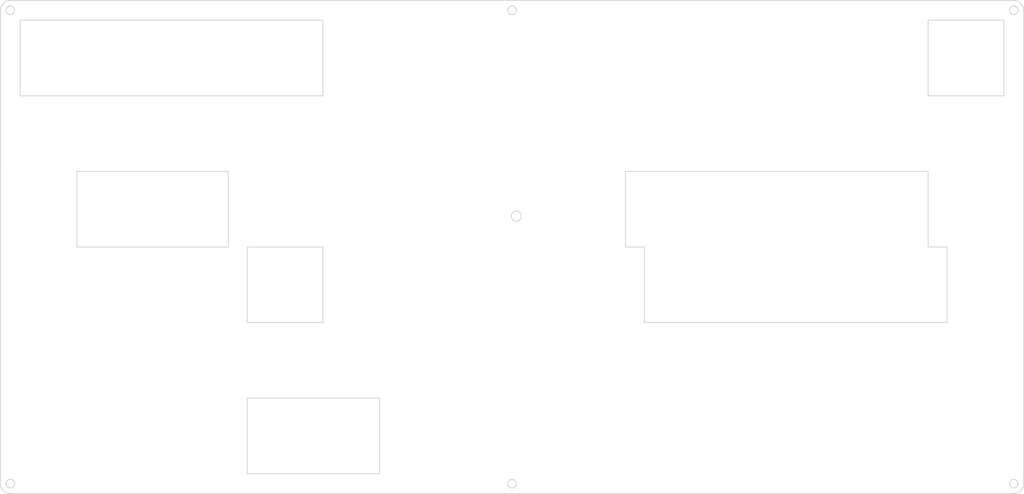
<source format=kicad_pcb>
(kicad_pcb (version 20171130) (host pcbnew 5.0.1)

  (general
    (thickness 1.6)
    (drawings 233)
    (tracks 0)
    (zones 0)
    (modules 0)
    (nets 1)
  )

  (page A4)
  (layers
    (0 F.Cu signal)
    (31 B.Cu signal)
    (32 B.Adhes user)
    (33 F.Adhes user)
    (34 B.Paste user)
    (35 F.Paste user)
    (36 B.SilkS user)
    (37 F.SilkS user)
    (38 B.Mask user)
    (39 F.Mask user)
    (40 Dwgs.User user)
    (41 Cmts.User user)
    (42 Eco1.User user)
    (43 Eco2.User user)
    (44 Edge.Cuts user)
    (45 Margin user)
    (46 B.CrtYd user)
    (47 F.CrtYd user)
    (48 B.Fab user)
    (49 F.Fab user)
  )

  (setup
    (last_trace_width 0.25)
    (trace_clearance 0.2)
    (zone_clearance 0.508)
    (zone_45_only no)
    (trace_min 0.2)
    (segment_width 0.2)
    (edge_width 0.15)
    (via_size 0.8)
    (via_drill 0.4)
    (via_min_size 0.4)
    (via_min_drill 0.3)
    (uvia_size 0.3)
    (uvia_drill 0.1)
    (uvias_allowed no)
    (uvia_min_size 0.2)
    (uvia_min_drill 0.1)
    (pcb_text_width 0.3)
    (pcb_text_size 1.5 1.5)
    (mod_edge_width 0.15)
    (mod_text_size 1 1)
    (mod_text_width 0.15)
    (pad_size 1.524 1.524)
    (pad_drill 0.762)
    (pad_to_mask_clearance 0.051)
    (solder_mask_min_width 0.25)
    (aux_axis_origin 0 0)
    (visible_elements FFFFFF7F)
    (pcbplotparams
      (layerselection 0x010fc_ffffffff)
      (usegerberextensions false)
      (usegerberattributes false)
      (usegerberadvancedattributes false)
      (creategerberjobfile false)
      (excludeedgelayer true)
      (linewidth 0.100000)
      (plotframeref false)
      (viasonmask false)
      (mode 1)
      (useauxorigin false)
      (hpglpennumber 1)
      (hpglpenspeed 20)
      (hpglpendiameter 15.000000)
      (psnegative false)
      (psa4output false)
      (plotreference true)
      (plotvalue true)
      (plotinvisibletext false)
      (padsonsilk false)
      (subtractmaskfromsilk false)
      (outputformat 1)
      (mirror false)
      (drillshape 0)
      (scaleselection 1)
      (outputdirectory "gerber-top/"))
  )

  (net 0 "")

  (net_class Default "This is the default net class."
    (clearance 0.2)
    (trace_width 0.25)
    (via_dia 0.8)
    (via_drill 0.4)
    (uvia_dia 0.3)
    (uvia_drill 0.1)
  )

  (gr_line (start 21.938675 150.450684) (end 21.749885 150.398318) (layer Edge.Cuts) (width 0.2))
  (gr_line (start 276.308115 26.492) (end 276.480115 26.588) (layer Edge.Cuts) (width 0.2))
  (gr_line (start 275.755115 26.29) (end 275.946115 26.342) (layer Edge.Cuts) (width 0.2))
  (gr_line (start 277.074115 27.096) (end 277.195115 27.25) (layer Edge.Cuts) (width 0.2))
  (gr_line (start 275.368115 26.227) (end 275.564115 26.251) (layer Edge.Cuts) (width 0.2))
  (gr_line (start 275.946115 26.342) (end 276.130115 26.411) (layer Edge.Cuts) (width 0.2))
  (gr_line (start 276.480115 26.588) (end 276.643115 26.697) (layer Edge.Cuts) (width 0.2))
  (gr_line (start 275.564115 26.251) (end 275.755115 26.29) (layer Edge.Cuts) (width 0.2))
  (gr_line (start 277.195115 27.25) (end 277.304115 27.412) (layer Edge.Cuts) (width 0.2))
  (gr_line (start 277.643115 28.328) (end 277.665115 28.523) (layer Edge.Cuts) (width 0.2))
  (gr_line (start 277.551115 27.947) (end 277.603115 28.136) (layer Edge.Cuts) (width 0.2))
  (gr_line (start 277.603115 28.136) (end 277.643115 28.328) (layer Edge.Cuts) (width 0.2))
  (gr_line (start 21.632745 148.6675) (end 21.875285 148.91004) (layer Edge.Cuts) (width 0.2))
  (gr_line (start 21.475655 148.3602) (end 21.632745 148.6675) (layer Edge.Cuts) (width 0.2))
  (gr_line (start 21.423285 148.0212) (end 21.475655 148.3602) (layer Edge.Cuts) (width 0.2))
  (gr_line (start 21.475655 147.68083) (end 21.423285 148.0212) (layer Edge.Cuts) (width 0.2))
  (gr_line (start 21.632745 147.37352) (end 21.475655 147.68083) (layer Edge.Cuts) (width 0.2))
  (gr_line (start 276.940115 149.787846) (end 276.797115 149.921517) (layer Edge.Cuts) (width 0.2))
  (gr_line (start 277.483115 148.97756) (end 277.401115 149.15533) (layer Edge.Cuts) (width 0.2))
  (gr_line (start 275.755115 150.450684) (end 275.564115 150.490647) (layer Edge.Cuts) (width 0.2))
  (gr_line (start 275.174115 26.22) (end 275.368115 26.227) (layer Edge.Cuts) (width 0.2))
  (gr_line (start 276.130115 26.411) (end 276.308115 26.492) (layer Edge.Cuts) (width 0.2))
  (gr_line (start 21.387455 150.246734) (end 21.215205 150.151648) (layer Edge.Cuts) (width 0.2))
  (gr_line (start 148.847115 149.12088) (end 149.188115 149.06713) (layer Edge.Cuts) (width 0.2))
  (gr_line (start 148.507115 149.06713) (end 148.847115 149.12088) (layer Edge.Cuts) (width 0.2))
  (gr_line (start 148.201115 148.91004) (end 148.507115 149.06713) (layer Edge.Cuts) (width 0.2))
  (gr_line (start 147.957115 148.6675) (end 148.201115 148.91004) (layer Edge.Cuts) (width 0.2))
  (gr_line (start 274.074115 148.0212) (end 274.125115 148.3602) (layer Edge.Cuts) (width 0.2))
  (gr_line (start 274.125115 147.68083) (end 274.074115 148.0212) (layer Edge.Cuts) (width 0.2))
  (gr_line (start 274.284115 147.37352) (end 274.125115 147.68083) (layer Edge.Cuts) (width 0.2))
  (gr_line (start 115.510115 126.4687) (end 115.510115 145.52144) (layer Edge.Cuts) (width 0.2))
  (gr_line (start 82.171515 126.4687) (end 115.510115 126.4687) (layer Edge.Cuts) (width 0.2))
  (gr_line (start 22.522965 146.92151) (end 22.182585 146.9739) (layer Edge.Cuts) (width 0.2))
  (gr_line (start 22.861955 146.9739) (end 22.522965 146.92151) (layer Edge.Cuts) (width 0.2))
  (gr_line (start 23.169265 147.13099) (end 22.861955 146.9739) (layer Edge.Cuts) (width 0.2))
  (gr_line (start 23.411795 147.37352) (end 23.169265 147.13099) (layer Edge.Cuts) (width 0.2))
  (gr_line (start 23.568885 147.68083) (end 23.411795 147.37352) (layer Edge.Cuts) (width 0.2))
  (gr_line (start 23.622655 148.0212) (end 23.568885 147.68083) (layer Edge.Cuts) (width 0.2))
  (gr_line (start 23.568885 148.3602) (end 23.622655 148.0212) (layer Edge.Cuts) (width 0.2))
  (gr_line (start 21.052595 150.042785) (end 20.898254 149.921517) (layer Edge.Cuts) (width 0.2))
  (gr_line (start 22.522965 26.219) (end 275.174115 26.22) (layer Edge.Cuts) (width 0.2))
  (gr_line (start 22.325905 26.227) (end 22.522965 26.219) (layer Edge.Cuts) (width 0.2))
  (gr_line (start 22.130225 26.251) (end 22.325905 26.227) (layer Edge.Cuts) (width 0.2))
  (gr_line (start 275.174115 146.92151) (end 274.833115 146.9739) (layer Edge.Cuts) (width 0.2))
  (gr_line (start 275.513115 146.9739) (end 275.174115 146.92151) (layer Edge.Cuts) (width 0.2))
  (gr_line (start 275.820115 147.13099) (end 275.513115 146.9739) (layer Edge.Cuts) (width 0.2))
  (gr_circle (center 149.928115 80.594) (end 151.192979 80.594) (layer Edge.Cuts) (width 0.2))
  (gr_line (start 22.522965 27.621) (end 22.182585 27.673) (layer Edge.Cuts) (width 0.2))
  (gr_line (start 22.861955 27.673) (end 22.522965 27.621) (layer Edge.Cuts) (width 0.2))
  (gr_line (start 23.169265 27.83) (end 22.861955 27.673) (layer Edge.Cuts) (width 0.2))
  (gr_line (start 23.411795 28.073) (end 23.169265 27.83) (layer Edge.Cuts) (width 0.2))
  (gr_line (start 23.568885 28.38) (end 23.411795 28.073) (layer Edge.Cuts) (width 0.2))
  (gr_line (start 23.622655 28.72) (end 23.568885 28.38) (layer Edge.Cuts) (width 0.2))
  (gr_line (start 23.568885 29.059) (end 23.622655 28.72) (layer Edge.Cuts) (width 0.2))
  (gr_line (start 23.411795 29.367) (end 23.568885 29.059) (layer Edge.Cuts) (width 0.2))
  (gr_line (start 23.169265 29.609) (end 23.411795 29.367) (layer Edge.Cuts) (width 0.2))
  (gr_line (start 22.861955 29.766) (end 23.169265 29.609) (layer Edge.Cuts) (width 0.2))
  (gr_line (start 22.522965 29.82) (end 22.861955 29.766) (layer Edge.Cuts) (width 0.2))
  (gr_line (start 22.182585 29.766) (end 22.522965 29.82) (layer Edge.Cuts) (width 0.2))
  (gr_line (start 21.875285 29.609) (end 22.182585 29.766) (layer Edge.Cuts) (width 0.2))
  (gr_line (start 21.632745 29.367) (end 21.875285 29.609) (layer Edge.Cuts) (width 0.2))
  (gr_line (start 21.475655 29.059) (end 21.632745 29.367) (layer Edge.Cuts) (width 0.2))
  (gr_line (start 21.423285 28.72) (end 21.475655 29.059) (layer Edge.Cuts) (width 0.2))
  (gr_line (start 21.475655 28.38) (end 21.423285 28.72) (layer Edge.Cuts) (width 0.2))
  (gr_line (start 21.632745 28.073) (end 21.475655 28.38) (layer Edge.Cuts) (width 0.2))
  (gr_line (start 21.875285 27.83) (end 21.632745 28.073) (layer Edge.Cuts) (width 0.2))
  (gr_line (start 22.182585 27.673) (end 21.875285 27.83) (layer Edge.Cuts) (width 0.2))
  (gr_line (start 275.174115 27.621) (end 274.833115 27.673) (layer Edge.Cuts) (width 0.2))
  (gr_line (start 275.513115 27.673) (end 275.174115 27.621) (layer Edge.Cuts) (width 0.2))
  (gr_line (start 275.820115 27.83) (end 275.513115 27.673) (layer Edge.Cuts) (width 0.2))
  (gr_line (start 276.063115 28.073) (end 275.820115 27.83) (layer Edge.Cuts) (width 0.2))
  (gr_line (start 276.220115 28.38) (end 276.063115 28.073) (layer Edge.Cuts) (width 0.2))
  (gr_line (start 276.273115 28.72) (end 276.220115 28.38) (layer Edge.Cuts) (width 0.2))
  (gr_line (start 276.220115 29.059) (end 276.273115 28.72) (layer Edge.Cuts) (width 0.2))
  (gr_line (start 276.063115 29.367) (end 276.220115 29.059) (layer Edge.Cuts) (width 0.2))
  (gr_line (start 275.820115 29.609) (end 276.063115 29.367) (layer Edge.Cuts) (width 0.2))
  (gr_line (start 275.513115 29.766) (end 275.820115 29.609) (layer Edge.Cuts) (width 0.2))
  (gr_line (start 275.174115 29.82) (end 275.513115 29.766) (layer Edge.Cuts) (width 0.2))
  (gr_line (start 274.833115 29.766) (end 275.174115 29.82) (layer Edge.Cuts) (width 0.2))
  (gr_line (start 274.526115 29.609) (end 274.833115 29.766) (layer Edge.Cuts) (width 0.2))
  (gr_line (start 274.284115 29.367) (end 274.526115 29.609) (layer Edge.Cuts) (width 0.2))
  (gr_line (start 274.125115 29.059) (end 274.284115 29.367) (layer Edge.Cuts) (width 0.2))
  (gr_line (start 274.074115 28.72) (end 274.125115 29.059) (layer Edge.Cuts) (width 0.2))
  (gr_line (start 274.125115 28.38) (end 274.074115 28.72) (layer Edge.Cuts) (width 0.2))
  (gr_line (start 274.284115 28.073) (end 274.125115 28.38) (layer Edge.Cuts) (width 0.2))
  (gr_line (start 274.526115 27.83) (end 274.284115 28.073) (layer Edge.Cuts) (width 0.2))
  (gr_line (start 274.833115 27.673) (end 274.526115 27.83) (layer Edge.Cuts) (width 0.2))
  (gr_line (start 148.847115 27.621) (end 148.507115 27.673) (layer Edge.Cuts) (width 0.2))
  (gr_line (start 149.188115 27.673) (end 148.847115 27.621) (layer Edge.Cuts) (width 0.2))
  (gr_line (start 149.495115 27.83) (end 149.188115 27.673) (layer Edge.Cuts) (width 0.2))
  (gr_line (start 149.738115 28.073) (end 149.495115 27.83) (layer Edge.Cuts) (width 0.2))
  (gr_line (start 149.893115 28.38) (end 149.738115 28.073) (layer Edge.Cuts) (width 0.2))
  (gr_line (start 149.947115 28.72) (end 149.893115 28.38) (layer Edge.Cuts) (width 0.2))
  (gr_line (start 149.893115 29.059) (end 149.947115 28.72) (layer Edge.Cuts) (width 0.2))
  (gr_line (start 149.738115 29.367) (end 149.893115 29.059) (layer Edge.Cuts) (width 0.2))
  (gr_line (start 149.495115 29.609) (end 149.738115 29.367) (layer Edge.Cuts) (width 0.2))
  (gr_line (start 149.188115 29.766) (end 149.495115 29.609) (layer Edge.Cuts) (width 0.2))
  (gr_line (start 148.847115 29.82) (end 149.188115 29.766) (layer Edge.Cuts) (width 0.2))
  (gr_line (start 148.507115 29.766) (end 148.847115 29.82) (layer Edge.Cuts) (width 0.2))
  (gr_line (start 148.201115 29.609) (end 148.507115 29.766) (layer Edge.Cuts) (width 0.2))
  (gr_line (start 147.957115 29.367) (end 148.201115 29.609) (layer Edge.Cuts) (width 0.2))
  (gr_line (start 147.802115 29.059) (end 147.957115 29.367) (layer Edge.Cuts) (width 0.2))
  (gr_line (start 147.748115 28.72) (end 147.802115 29.059) (layer Edge.Cuts) (width 0.2))
  (gr_line (start 147.802115 28.38) (end 147.748115 28.72) (layer Edge.Cuts) (width 0.2))
  (gr_line (start 147.957115 28.073) (end 147.802115 28.38) (layer Edge.Cuts) (width 0.2))
  (gr_line (start 148.201115 27.83) (end 147.957115 28.073) (layer Edge.Cuts) (width 0.2))
  (gr_line (start 148.507115 27.673) (end 148.201115 27.83) (layer Edge.Cuts) (width 0.2))
  (gr_line (start 253.621115 50.271) (end 253.621115 31.219) (layer Edge.Cuts) (width 0.2))
  (gr_line (start 272.674115 50.271) (end 253.621115 50.271) (layer Edge.Cuts) (width 0.2))
  (gr_line (start 272.674115 31.219) (end 272.674115 50.271) (layer Edge.Cuts) (width 0.2))
  (gr_line (start 253.621115 31.219) (end 272.674115 31.219) (layer Edge.Cuts) (width 0.2))
  (gr_line (start 25.021345 50.271) (end 25.021345 31.219) (layer Edge.Cuts) (width 0.2))
  (gr_line (start 101.224015 50.271) (end 25.021345 50.271) (layer Edge.Cuts) (width 0.2))
  (gr_line (start 101.224015 31.219) (end 101.224015 50.271) (layer Edge.Cuts) (width 0.2))
  (gr_line (start 25.021345 31.219) (end 101.224015 31.219) (layer Edge.Cuts) (width 0.2))
  (gr_line (start 39.308815 88.3714) (end 39.308815 69.3186) (layer Edge.Cuts) (width 0.2))
  (gr_line (start 77.410115 88.3714) (end 39.308815 88.3714) (layer Edge.Cuts) (width 0.2))
  (gr_line (start 77.410115 69.3186) (end 77.410115 88.3714) (layer Edge.Cuts) (width 0.2))
  (gr_line (start 39.308815 69.3186) (end 77.410115 69.3186) (layer Edge.Cuts) (width 0.2))
  (gr_line (start 253.624115 69.3186) (end 177.421115 69.3186) (layer Edge.Cuts) (width 0.2))
  (gr_line (start 253.624115 88.3686) (end 253.624115 69.3186) (layer Edge.Cuts) (width 0.2))
  (gr_line (start 258.385115 88.3686) (end 253.624115 88.3686) (layer Edge.Cuts) (width 0.2))
  (gr_line (start 258.385115 107.4214) (end 258.385115 88.3686) (layer Edge.Cuts) (width 0.2))
  (gr_line (start 276.480115 150.151648) (end 276.308115 150.246734) (layer Edge.Cuts) (width 0.2))
  (gr_line (start 277.673115 28.72) (end 277.673115 148.01982) (layer Edge.Cuts) (width 0.2))
  (gr_line (start 147.957115 147.37352) (end 147.802115 147.68083) (layer Edge.Cuts) (width 0.2))
  (gr_line (start 148.201115 147.13099) (end 147.957115 147.37352) (layer Edge.Cuts) (width 0.2))
  (gr_line (start 148.507115 146.9739) (end 148.201115 147.13099) (layer Edge.Cuts) (width 0.2))
  (gr_line (start 23.411795 148.6675) (end 23.568885 148.3602) (layer Edge.Cuts) (width 0.2))
  (gr_line (start 23.169265 148.91004) (end 23.411795 148.6675) (layer Edge.Cuts) (width 0.2))
  (gr_line (start 22.861955 149.06713) (end 23.169265 148.91004) (layer Edge.Cuts) (width 0.2))
  (gr_line (start 22.522965 149.12088) (end 22.861955 149.06713) (layer Edge.Cuts) (width 0.2))
  (gr_line (start 22.182585 149.06713) (end 22.522965 149.12088) (layer Edge.Cuts) (width 0.2))
  (gr_line (start 21.875285 148.91004) (end 22.182585 149.06713) (layer Edge.Cuts) (width 0.2))
  (gr_line (start 274.526115 148.91004) (end 274.833115 149.06713) (layer Edge.Cuts) (width 0.2))
  (gr_line (start 274.284115 148.6675) (end 274.526115 148.91004) (layer Edge.Cuts) (width 0.2))
  (gr_line (start 274.125115 148.3602) (end 274.284115 148.6675) (layer Edge.Cuts) (width 0.2))
  (gr_line (start 20.294672 149.15533) (end 20.213369 148.97756) (layer Edge.Cuts) (width 0.2))
  (gr_line (start 20.391136 149.32758) (end 20.294672 149.15533) (layer Edge.Cuts) (width 0.2))
  (gr_line (start 276.308115 150.246734) (end 276.130115 150.330795) (layer Edge.Cuts) (width 0.2))
  (gr_line (start 276.940115 26.952) (end 277.074115 27.096) (layer Edge.Cuts) (width 0.2))
  (gr_line (start 275.368115 150.512696) (end 275.172115 150.519586) (layer Edge.Cuts) (width 0.2))
  (gr_line (start 277.665115 28.523) (end 277.673115 28.72) (layer Edge.Cuts) (width 0.2))
  (gr_line (start 147.802115 148.3602) (end 147.957115 148.6675) (layer Edge.Cuts) (width 0.2))
  (gr_line (start 147.748115 148.0212) (end 147.802115 148.3602) (layer Edge.Cuts) (width 0.2))
  (gr_line (start 147.802115 147.68083) (end 147.748115 148.0212) (layer Edge.Cuts) (width 0.2))
  (gr_line (start 21.565225 150.330795) (end 21.387455 150.246734) (layer Edge.Cuts) (width 0.2))
  (gr_line (start 276.063115 147.37352) (end 275.820115 147.13099) (layer Edge.Cuts) (width 0.2))
  (gr_line (start 276.220115 147.68083) (end 276.063115 147.37352) (layer Edge.Cuts) (width 0.2))
  (gr_line (start 276.273115 148.0212) (end 276.220115 147.68083) (layer Edge.Cuts) (width 0.2))
  (gr_line (start 277.603115 148.60411) (end 277.551115 148.7929) (layer Edge.Cuts) (width 0.2))
  (gr_line (start 22.522965 150.519586) (end 22.325905 150.512696) (layer Edge.Cuts) (width 0.2))
  (gr_line (start 20.5 149.49019) (end 20.391136 149.32758) (layer Edge.Cuts) (width 0.2))
  (gr_line (start 277.304115 27.412) (end 277.401115 27.585) (layer Edge.Cuts) (width 0.2))
  (gr_line (start 20.754938 149.787846) (end 20.621267 149.64453) (layer Edge.Cuts) (width 0.2))
  (gr_line (start 275.564115 150.490647) (end 275.368115 150.512696) (layer Edge.Cuts) (width 0.2))
  (gr_line (start 277.401115 149.15533) (end 277.304115 149.32758) (layer Edge.Cuts) (width 0.2))
  (gr_line (start 20.092102 28.136) (end 20.144467 27.947) (layer Edge.Cuts) (width 0.2))
  (gr_line (start 20.053517 28.328) (end 20.092102 28.136) (layer Edge.Cuts) (width 0.2))
  (gr_line (start 20.053517 148.41257) (end 20.03009 148.21688) (layer Edge.Cuts) (width 0.2))
  (gr_line (start 20.092102 148.60411) (end 20.053517 148.41257) (layer Edge.Cuts) (width 0.2))
  (gr_line (start 22.130225 150.490647) (end 21.938675 150.450684) (layer Edge.Cuts) (width 0.2))
  (gr_line (start 277.665115 148.21688) (end 277.643115 148.41257) (layer Edge.Cuts) (width 0.2))
  (gr_line (start 182.184115 107.4214) (end 258.385115 107.4214) (layer Edge.Cuts) (width 0.2))
  (gr_line (start 182.184115 88.3714) (end 182.184115 107.4214) (layer Edge.Cuts) (width 0.2))
  (gr_line (start 177.421115 88.3714) (end 182.184115 88.3714) (layer Edge.Cuts) (width 0.2))
  (gr_line (start 177.421115 69.3186) (end 177.421115 88.3714) (layer Edge.Cuts) (width 0.2))
  (gr_line (start 82.171515 107.4214) (end 82.171515 88.3686) (layer Edge.Cuts) (width 0.2))
  (gr_line (start 101.224015 107.4214) (end 82.171515 107.4214) (layer Edge.Cuts) (width 0.2))
  (gr_line (start 101.224015 88.3686) (end 101.224015 107.4214) (layer Edge.Cuts) (width 0.2))
  (gr_line (start 82.171515 88.3686) (end 101.224015 88.3686) (layer Edge.Cuts) (width 0.2))
  (gr_line (start 82.171515 145.52144) (end 82.171515 126.4687) (layer Edge.Cuts) (width 0.2))
  (gr_line (start 115.510115 145.52144) (end 82.171515 145.52144) (layer Edge.Cuts) (width 0.2))
  (gr_line (start 275.172115 150.519586) (end 22.522965 150.519586) (layer Edge.Cuts) (width 0.2))
  (gr_line (start 21.875285 147.13099) (end 21.632745 147.37352) (layer Edge.Cuts) (width 0.2))
  (gr_line (start 22.182585 146.9739) (end 21.875285 147.13099) (layer Edge.Cuts) (width 0.2))
  (gr_line (start 148.847115 146.92151) (end 148.507115 146.9739) (layer Edge.Cuts) (width 0.2))
  (gr_line (start 149.188115 146.9739) (end 148.847115 146.92151) (layer Edge.Cuts) (width 0.2))
  (gr_line (start 277.401115 27.585) (end 277.483115 27.762) (layer Edge.Cuts) (width 0.2))
  (gr_line (start 21.938675 26.29) (end 22.130225 26.251) (layer Edge.Cuts) (width 0.2))
  (gr_line (start 21.749885 26.342) (end 21.938675 26.29) (layer Edge.Cuts) (width 0.2))
  (gr_line (start 276.797115 26.819) (end 276.940115 26.952) (layer Edge.Cuts) (width 0.2))
  (gr_line (start 277.304115 149.32758) (end 277.195115 149.49019) (layer Edge.Cuts) (width 0.2))
  (gr_line (start 20.03009 28.523) (end 20.053517 28.328) (layer Edge.Cuts) (width 0.2))
  (gr_line (start 20.0232 28.72) (end 20.03009 28.523) (layer Edge.Cuts) (width 0.2))
  (gr_line (start 20.021822 148.0212) (end 20.0232 28.72) (layer Edge.Cuts) (width 0.2))
  (gr_line (start 20.03009 148.21688) (end 20.021822 148.0212) (layer Edge.Cuts) (width 0.2))
  (gr_line (start 274.526115 147.13099) (end 274.284115 147.37352) (layer Edge.Cuts) (width 0.2))
  (gr_line (start 274.833115 146.9739) (end 274.526115 147.13099) (layer Edge.Cuts) (width 0.2))
  (gr_line (start 21.565225 26.411) (end 21.749885 26.342) (layer Edge.Cuts) (width 0.2))
  (gr_line (start 21.387455 26.492) (end 21.565225 26.411) (layer Edge.Cuts) (width 0.2))
  (gr_line (start 276.220115 148.3602) (end 276.273115 148.0212) (layer Edge.Cuts) (width 0.2))
  (gr_line (start 276.063115 148.6675) (end 276.220115 148.3602) (layer Edge.Cuts) (width 0.2))
  (gr_line (start 275.820115 148.91004) (end 276.063115 148.6675) (layer Edge.Cuts) (width 0.2))
  (gr_line (start 20.213369 27.762) (end 20.294672 27.585) (layer Edge.Cuts) (width 0.2))
  (gr_line (start 20.144467 27.947) (end 20.213369 27.762) (layer Edge.Cuts) (width 0.2))
  (gr_line (start 277.673115 148.01982) (end 277.665115 148.21688) (layer Edge.Cuts) (width 0.2))
  (gr_line (start 149.495115 147.13099) (end 149.188115 146.9739) (layer Edge.Cuts) (width 0.2))
  (gr_line (start 149.738115 147.37352) (end 149.495115 147.13099) (layer Edge.Cuts) (width 0.2))
  (gr_line (start 149.893115 147.68083) (end 149.738115 147.37352) (layer Edge.Cuts) (width 0.2))
  (gr_line (start 149.947115 148.0212) (end 149.893115 147.68083) (layer Edge.Cuts) (width 0.2))
  (gr_line (start 275.513115 149.06713) (end 275.820115 148.91004) (layer Edge.Cuts) (width 0.2))
  (gr_line (start 275.174115 149.12088) (end 275.513115 149.06713) (layer Edge.Cuts) (width 0.2))
  (gr_line (start 274.833115 149.06713) (end 275.174115 149.12088) (layer Edge.Cuts) (width 0.2))
  (gr_line (start 20.391136 27.412) (end 20.5 27.25) (layer Edge.Cuts) (width 0.2))
  (gr_line (start 20.294672 27.585) (end 20.391136 27.412) (layer Edge.Cuts) (width 0.2))
  (gr_line (start 20.621267 149.64453) (end 20.5 149.49019) (layer Edge.Cuts) (width 0.2))
  (gr_line (start 276.643115 150.042785) (end 276.480115 150.151648) (layer Edge.Cuts) (width 0.2))
  (gr_line (start 149.893115 148.3602) (end 149.947115 148.0212) (layer Edge.Cuts) (width 0.2))
  (gr_line (start 149.738115 148.6675) (end 149.893115 148.3602) (layer Edge.Cuts) (width 0.2))
  (gr_line (start 149.495115 148.91004) (end 149.738115 148.6675) (layer Edge.Cuts) (width 0.2))
  (gr_line (start 149.188115 149.06713) (end 149.495115 148.91004) (layer Edge.Cuts) (width 0.2))
  (gr_line (start 20.898254 149.921517) (end 20.754938 149.787846) (layer Edge.Cuts) (width 0.2))
  (gr_line (start 275.946115 150.398318) (end 275.755115 150.450684) (layer Edge.Cuts) (width 0.2))
  (gr_line (start 21.749885 150.398318) (end 21.565225 150.330795) (layer Edge.Cuts) (width 0.2))
  (gr_line (start 22.325905 150.512696) (end 22.130225 150.490647) (layer Edge.Cuts) (width 0.2))
  (gr_line (start 277.551115 148.7929) (end 277.483115 148.97756) (layer Edge.Cuts) (width 0.2))
  (gr_line (start 21.215205 150.151648) (end 21.052595 150.042785) (layer Edge.Cuts) (width 0.2))
  (gr_line (start 277.074115 149.64453) (end 276.940115 149.787846) (layer Edge.Cuts) (width 0.2))
  (gr_line (start 276.643115 26.697) (end 276.797115 26.819) (layer Edge.Cuts) (width 0.2))
  (gr_line (start 277.643115 148.41257) (end 277.603115 148.60411) (layer Edge.Cuts) (width 0.2))
  (gr_line (start 277.195115 149.49019) (end 277.074115 149.64453) (layer Edge.Cuts) (width 0.2))
  (gr_line (start 276.797115 149.921517) (end 276.643115 150.042785) (layer Edge.Cuts) (width 0.2))
  (gr_line (start 276.130115 150.330795) (end 275.946115 150.398318) (layer Edge.Cuts) (width 0.2))
  (gr_line (start 277.483115 27.762) (end 277.551115 27.947) (layer Edge.Cuts) (width 0.2))
  (gr_line (start 21.215205 26.588) (end 21.387455 26.492) (layer Edge.Cuts) (width 0.2))
  (gr_line (start 21.052595 26.697) (end 21.215205 26.588) (layer Edge.Cuts) (width 0.2))
  (gr_line (start 20.144467 148.7929) (end 20.092102 148.60411) (layer Edge.Cuts) (width 0.2))
  (gr_line (start 20.213369 148.97756) (end 20.144467 148.7929) (layer Edge.Cuts) (width 0.2))
  (gr_line (start 20.898254 26.819) (end 21.052595 26.697) (layer Edge.Cuts) (width 0.2))
  (gr_line (start 20.754938 26.952) (end 20.898254 26.819) (layer Edge.Cuts) (width 0.2))
  (gr_line (start 20.621267 27.096) (end 20.754938 26.952) (layer Edge.Cuts) (width 0.2))
  (gr_line (start 20.5 27.25) (end 20.621267 27.096) (layer Edge.Cuts) (width 0.2))

)

</source>
